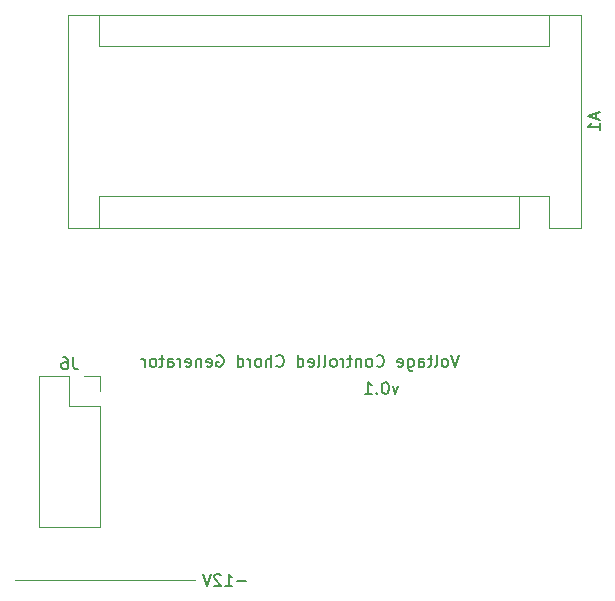
<source format=gbr>
%TF.GenerationSoftware,KiCad,Pcbnew,5.1.10-1.fc33*%
%TF.CreationDate,2021-09-20T12:14:51-04:00*%
%TF.ProjectId,vccg,76636367-2e6b-4696-9361-645f70636258,rev?*%
%TF.SameCoordinates,Original*%
%TF.FileFunction,Legend,Bot*%
%TF.FilePolarity,Positive*%
%FSLAX46Y46*%
G04 Gerber Fmt 4.6, Leading zero omitted, Abs format (unit mm)*
G04 Created by KiCad (PCBNEW 5.1.10-1.fc33) date 2021-09-20 12:14:51*
%MOMM*%
%LPD*%
G01*
G04 APERTURE LIST*
%ADD10C,0.150000*%
%ADD11C,0.120000*%
G04 APERTURE END LIST*
D10*
X210978571Y-91225714D02*
X210740476Y-91892380D01*
X210502380Y-91225714D01*
X209930952Y-90892380D02*
X209835714Y-90892380D01*
X209740476Y-90940000D01*
X209692857Y-90987619D01*
X209645238Y-91082857D01*
X209597619Y-91273333D01*
X209597619Y-91511428D01*
X209645238Y-91701904D01*
X209692857Y-91797142D01*
X209740476Y-91844761D01*
X209835714Y-91892380D01*
X209930952Y-91892380D01*
X210026190Y-91844761D01*
X210073809Y-91797142D01*
X210121428Y-91701904D01*
X210169047Y-91511428D01*
X210169047Y-91273333D01*
X210121428Y-91082857D01*
X210073809Y-90987619D01*
X210026190Y-90940000D01*
X209930952Y-90892380D01*
X209169047Y-91797142D02*
X209121428Y-91844761D01*
X209169047Y-91892380D01*
X209216666Y-91844761D01*
X209169047Y-91797142D01*
X209169047Y-91892380D01*
X208169047Y-91892380D02*
X208740476Y-91892380D01*
X208454761Y-91892380D02*
X208454761Y-90892380D01*
X208550000Y-91035238D01*
X208645238Y-91130476D01*
X208740476Y-91178095D01*
X216144380Y-88606380D02*
X215811047Y-89606380D01*
X215477714Y-88606380D01*
X215001523Y-89606380D02*
X215096761Y-89558761D01*
X215144380Y-89511142D01*
X215192000Y-89415904D01*
X215192000Y-89130190D01*
X215144380Y-89034952D01*
X215096761Y-88987333D01*
X215001523Y-88939714D01*
X214858666Y-88939714D01*
X214763428Y-88987333D01*
X214715809Y-89034952D01*
X214668190Y-89130190D01*
X214668190Y-89415904D01*
X214715809Y-89511142D01*
X214763428Y-89558761D01*
X214858666Y-89606380D01*
X215001523Y-89606380D01*
X214096761Y-89606380D02*
X214192000Y-89558761D01*
X214239619Y-89463523D01*
X214239619Y-88606380D01*
X213858666Y-88939714D02*
X213477714Y-88939714D01*
X213715809Y-88606380D02*
X213715809Y-89463523D01*
X213668190Y-89558761D01*
X213572952Y-89606380D01*
X213477714Y-89606380D01*
X212715809Y-89606380D02*
X212715809Y-89082571D01*
X212763428Y-88987333D01*
X212858666Y-88939714D01*
X213049142Y-88939714D01*
X213144380Y-88987333D01*
X212715809Y-89558761D02*
X212811047Y-89606380D01*
X213049142Y-89606380D01*
X213144380Y-89558761D01*
X213192000Y-89463523D01*
X213192000Y-89368285D01*
X213144380Y-89273047D01*
X213049142Y-89225428D01*
X212811047Y-89225428D01*
X212715809Y-89177809D01*
X211811047Y-88939714D02*
X211811047Y-89749238D01*
X211858666Y-89844476D01*
X211906285Y-89892095D01*
X212001523Y-89939714D01*
X212144380Y-89939714D01*
X212239619Y-89892095D01*
X211811047Y-89558761D02*
X211906285Y-89606380D01*
X212096761Y-89606380D01*
X212192000Y-89558761D01*
X212239619Y-89511142D01*
X212287238Y-89415904D01*
X212287238Y-89130190D01*
X212239619Y-89034952D01*
X212192000Y-88987333D01*
X212096761Y-88939714D01*
X211906285Y-88939714D01*
X211811047Y-88987333D01*
X210953904Y-89558761D02*
X211049142Y-89606380D01*
X211239619Y-89606380D01*
X211334857Y-89558761D01*
X211382476Y-89463523D01*
X211382476Y-89082571D01*
X211334857Y-88987333D01*
X211239619Y-88939714D01*
X211049142Y-88939714D01*
X210953904Y-88987333D01*
X210906285Y-89082571D01*
X210906285Y-89177809D01*
X211382476Y-89273047D01*
X209144380Y-89511142D02*
X209192000Y-89558761D01*
X209334857Y-89606380D01*
X209430095Y-89606380D01*
X209572952Y-89558761D01*
X209668190Y-89463523D01*
X209715809Y-89368285D01*
X209763428Y-89177809D01*
X209763428Y-89034952D01*
X209715809Y-88844476D01*
X209668190Y-88749238D01*
X209572952Y-88654000D01*
X209430095Y-88606380D01*
X209334857Y-88606380D01*
X209192000Y-88654000D01*
X209144380Y-88701619D01*
X208572952Y-89606380D02*
X208668190Y-89558761D01*
X208715809Y-89511142D01*
X208763428Y-89415904D01*
X208763428Y-89130190D01*
X208715809Y-89034952D01*
X208668190Y-88987333D01*
X208572952Y-88939714D01*
X208430095Y-88939714D01*
X208334857Y-88987333D01*
X208287238Y-89034952D01*
X208239619Y-89130190D01*
X208239619Y-89415904D01*
X208287238Y-89511142D01*
X208334857Y-89558761D01*
X208430095Y-89606380D01*
X208572952Y-89606380D01*
X207811047Y-88939714D02*
X207811047Y-89606380D01*
X207811047Y-89034952D02*
X207763428Y-88987333D01*
X207668190Y-88939714D01*
X207525333Y-88939714D01*
X207430095Y-88987333D01*
X207382476Y-89082571D01*
X207382476Y-89606380D01*
X207049142Y-88939714D02*
X206668190Y-88939714D01*
X206906285Y-88606380D02*
X206906285Y-89463523D01*
X206858666Y-89558761D01*
X206763428Y-89606380D01*
X206668190Y-89606380D01*
X206334857Y-89606380D02*
X206334857Y-88939714D01*
X206334857Y-89130190D02*
X206287238Y-89034952D01*
X206239619Y-88987333D01*
X206144380Y-88939714D01*
X206049142Y-88939714D01*
X205572952Y-89606380D02*
X205668190Y-89558761D01*
X205715809Y-89511142D01*
X205763428Y-89415904D01*
X205763428Y-89130190D01*
X205715809Y-89034952D01*
X205668190Y-88987333D01*
X205572952Y-88939714D01*
X205430095Y-88939714D01*
X205334857Y-88987333D01*
X205287238Y-89034952D01*
X205239619Y-89130190D01*
X205239619Y-89415904D01*
X205287238Y-89511142D01*
X205334857Y-89558761D01*
X205430095Y-89606380D01*
X205572952Y-89606380D01*
X204668190Y-89606380D02*
X204763428Y-89558761D01*
X204811047Y-89463523D01*
X204811047Y-88606380D01*
X204144380Y-89606380D02*
X204239619Y-89558761D01*
X204287238Y-89463523D01*
X204287238Y-88606380D01*
X203382476Y-89558761D02*
X203477714Y-89606380D01*
X203668190Y-89606380D01*
X203763428Y-89558761D01*
X203811047Y-89463523D01*
X203811047Y-89082571D01*
X203763428Y-88987333D01*
X203668190Y-88939714D01*
X203477714Y-88939714D01*
X203382476Y-88987333D01*
X203334857Y-89082571D01*
X203334857Y-89177809D01*
X203811047Y-89273047D01*
X202477714Y-89606380D02*
X202477714Y-88606380D01*
X202477714Y-89558761D02*
X202572952Y-89606380D01*
X202763428Y-89606380D01*
X202858666Y-89558761D01*
X202906285Y-89511142D01*
X202953904Y-89415904D01*
X202953904Y-89130190D01*
X202906285Y-89034952D01*
X202858666Y-88987333D01*
X202763428Y-88939714D01*
X202572952Y-88939714D01*
X202477714Y-88987333D01*
X200668190Y-89511142D02*
X200715809Y-89558761D01*
X200858666Y-89606380D01*
X200953904Y-89606380D01*
X201096761Y-89558761D01*
X201192000Y-89463523D01*
X201239619Y-89368285D01*
X201287238Y-89177809D01*
X201287238Y-89034952D01*
X201239619Y-88844476D01*
X201192000Y-88749238D01*
X201096761Y-88654000D01*
X200953904Y-88606380D01*
X200858666Y-88606380D01*
X200715809Y-88654000D01*
X200668190Y-88701619D01*
X200239619Y-89606380D02*
X200239619Y-88606380D01*
X199811047Y-89606380D02*
X199811047Y-89082571D01*
X199858666Y-88987333D01*
X199953904Y-88939714D01*
X200096761Y-88939714D01*
X200192000Y-88987333D01*
X200239619Y-89034952D01*
X199192000Y-89606380D02*
X199287238Y-89558761D01*
X199334857Y-89511142D01*
X199382476Y-89415904D01*
X199382476Y-89130190D01*
X199334857Y-89034952D01*
X199287238Y-88987333D01*
X199192000Y-88939714D01*
X199049142Y-88939714D01*
X198953904Y-88987333D01*
X198906285Y-89034952D01*
X198858666Y-89130190D01*
X198858666Y-89415904D01*
X198906285Y-89511142D01*
X198953904Y-89558761D01*
X199049142Y-89606380D01*
X199192000Y-89606380D01*
X198430095Y-89606380D02*
X198430095Y-88939714D01*
X198430095Y-89130190D02*
X198382476Y-89034952D01*
X198334857Y-88987333D01*
X198239619Y-88939714D01*
X198144380Y-88939714D01*
X197382476Y-89606380D02*
X197382476Y-88606380D01*
X197382476Y-89558761D02*
X197477714Y-89606380D01*
X197668190Y-89606380D01*
X197763428Y-89558761D01*
X197811047Y-89511142D01*
X197858666Y-89415904D01*
X197858666Y-89130190D01*
X197811047Y-89034952D01*
X197763428Y-88987333D01*
X197668190Y-88939714D01*
X197477714Y-88939714D01*
X197382476Y-88987333D01*
X195620571Y-88654000D02*
X195715809Y-88606380D01*
X195858666Y-88606380D01*
X196001523Y-88654000D01*
X196096761Y-88749238D01*
X196144380Y-88844476D01*
X196192000Y-89034952D01*
X196192000Y-89177809D01*
X196144380Y-89368285D01*
X196096761Y-89463523D01*
X196001523Y-89558761D01*
X195858666Y-89606380D01*
X195763428Y-89606380D01*
X195620571Y-89558761D01*
X195572952Y-89511142D01*
X195572952Y-89177809D01*
X195763428Y-89177809D01*
X194763428Y-89558761D02*
X194858666Y-89606380D01*
X195049142Y-89606380D01*
X195144380Y-89558761D01*
X195192000Y-89463523D01*
X195192000Y-89082571D01*
X195144380Y-88987333D01*
X195049142Y-88939714D01*
X194858666Y-88939714D01*
X194763428Y-88987333D01*
X194715809Y-89082571D01*
X194715809Y-89177809D01*
X195192000Y-89273047D01*
X194287238Y-88939714D02*
X194287238Y-89606380D01*
X194287238Y-89034952D02*
X194239619Y-88987333D01*
X194144380Y-88939714D01*
X194001523Y-88939714D01*
X193906285Y-88987333D01*
X193858666Y-89082571D01*
X193858666Y-89606380D01*
X193001523Y-89558761D02*
X193096761Y-89606380D01*
X193287238Y-89606380D01*
X193382476Y-89558761D01*
X193430095Y-89463523D01*
X193430095Y-89082571D01*
X193382476Y-88987333D01*
X193287238Y-88939714D01*
X193096761Y-88939714D01*
X193001523Y-88987333D01*
X192953904Y-89082571D01*
X192953904Y-89177809D01*
X193430095Y-89273047D01*
X192525333Y-89606380D02*
X192525333Y-88939714D01*
X192525333Y-89130190D02*
X192477714Y-89034952D01*
X192430095Y-88987333D01*
X192334857Y-88939714D01*
X192239619Y-88939714D01*
X191477714Y-89606380D02*
X191477714Y-89082571D01*
X191525333Y-88987333D01*
X191620571Y-88939714D01*
X191811047Y-88939714D01*
X191906285Y-88987333D01*
X191477714Y-89558761D02*
X191572952Y-89606380D01*
X191811047Y-89606380D01*
X191906285Y-89558761D01*
X191953904Y-89463523D01*
X191953904Y-89368285D01*
X191906285Y-89273047D01*
X191811047Y-89225428D01*
X191572952Y-89225428D01*
X191477714Y-89177809D01*
X191144380Y-88939714D02*
X190763428Y-88939714D01*
X191001523Y-88606380D02*
X191001523Y-89463523D01*
X190953904Y-89558761D01*
X190858666Y-89606380D01*
X190763428Y-89606380D01*
X190287238Y-89606380D02*
X190382476Y-89558761D01*
X190430095Y-89511142D01*
X190477714Y-89415904D01*
X190477714Y-89130190D01*
X190430095Y-89034952D01*
X190382476Y-88987333D01*
X190287238Y-88939714D01*
X190144380Y-88939714D01*
X190049142Y-88987333D01*
X190001523Y-89034952D01*
X189953904Y-89130190D01*
X189953904Y-89415904D01*
X190001523Y-89511142D01*
X190049142Y-89558761D01*
X190144380Y-89606380D01*
X190287238Y-89606380D01*
X189525333Y-89606380D02*
X189525333Y-88939714D01*
X189525333Y-89130190D02*
X189477714Y-89034952D01*
X189430095Y-88987333D01*
X189334857Y-88939714D01*
X189239619Y-88939714D01*
X198103904Y-107767428D02*
X197342000Y-107767428D01*
X196342000Y-108148380D02*
X196913428Y-108148380D01*
X196627714Y-108148380D02*
X196627714Y-107148380D01*
X196722952Y-107291238D01*
X196818190Y-107386476D01*
X196913428Y-107434095D01*
X195961047Y-107243619D02*
X195913428Y-107196000D01*
X195818190Y-107148380D01*
X195580095Y-107148380D01*
X195484857Y-107196000D01*
X195437238Y-107243619D01*
X195389619Y-107338857D01*
X195389619Y-107434095D01*
X195437238Y-107576952D01*
X196008666Y-108148380D01*
X195389619Y-108148380D01*
X195103904Y-107148380D02*
X194770571Y-108148380D01*
X194437238Y-107148380D01*
D11*
X178562000Y-107696000D02*
X193802000Y-107696000D01*
%TO.C,J6*%
X185734000Y-103184000D02*
X180534000Y-103184000D01*
X185734000Y-92964000D02*
X185734000Y-103184000D01*
X180534000Y-90364000D02*
X180534000Y-103184000D01*
X185734000Y-92964000D02*
X183134000Y-92964000D01*
X183134000Y-92964000D02*
X183134000Y-90364000D01*
X183134000Y-90364000D02*
X180534000Y-90364000D01*
X185734000Y-91694000D02*
X185734000Y-90364000D01*
X185734000Y-90364000D02*
X184404000Y-90364000D01*
%TO.C,A1*%
X221234000Y-75184000D02*
X223774000Y-75184000D01*
X223774000Y-75184000D02*
X223774000Y-77854000D01*
X221234000Y-77854000D02*
X183004000Y-77854000D01*
X226444000Y-77854000D02*
X223774000Y-77854000D01*
X223774000Y-62484000D02*
X223774000Y-59814000D01*
X223774000Y-62484000D02*
X185674000Y-62484000D01*
X185674000Y-62484000D02*
X185674000Y-59814000D01*
X221234000Y-75184000D02*
X221234000Y-77854000D01*
X221234000Y-75184000D02*
X185674000Y-75184000D01*
X185674000Y-75184000D02*
X185674000Y-77854000D01*
X183004000Y-77854000D02*
X183004000Y-59814000D01*
X183004000Y-59814000D02*
X226444000Y-59814000D01*
X226444000Y-59814000D02*
X226444000Y-77854000D01*
%TO.C,J6*%
D10*
X183467333Y-88816380D02*
X183467333Y-89530666D01*
X183514952Y-89673523D01*
X183610190Y-89768761D01*
X183753047Y-89816380D01*
X183848285Y-89816380D01*
X182562571Y-88816380D02*
X182753047Y-88816380D01*
X182848285Y-88864000D01*
X182895904Y-88911619D01*
X182991142Y-89054476D01*
X183038761Y-89244952D01*
X183038761Y-89625904D01*
X182991142Y-89721142D01*
X182943523Y-89768761D01*
X182848285Y-89816380D01*
X182657809Y-89816380D01*
X182562571Y-89768761D01*
X182514952Y-89721142D01*
X182467333Y-89625904D01*
X182467333Y-89387809D01*
X182514952Y-89292571D01*
X182562571Y-89244952D01*
X182657809Y-89197333D01*
X182848285Y-89197333D01*
X182943523Y-89244952D01*
X182991142Y-89292571D01*
X183038761Y-89387809D01*
%TO.C,A1*%
X227750666Y-68119714D02*
X227750666Y-68595904D01*
X228036380Y-68024476D02*
X227036380Y-68357809D01*
X228036380Y-68691142D01*
X228036380Y-69548285D02*
X228036380Y-68976857D01*
X228036380Y-69262571D02*
X227036380Y-69262571D01*
X227179238Y-69167333D01*
X227274476Y-69072095D01*
X227322095Y-68976857D01*
%TD*%
M02*

</source>
